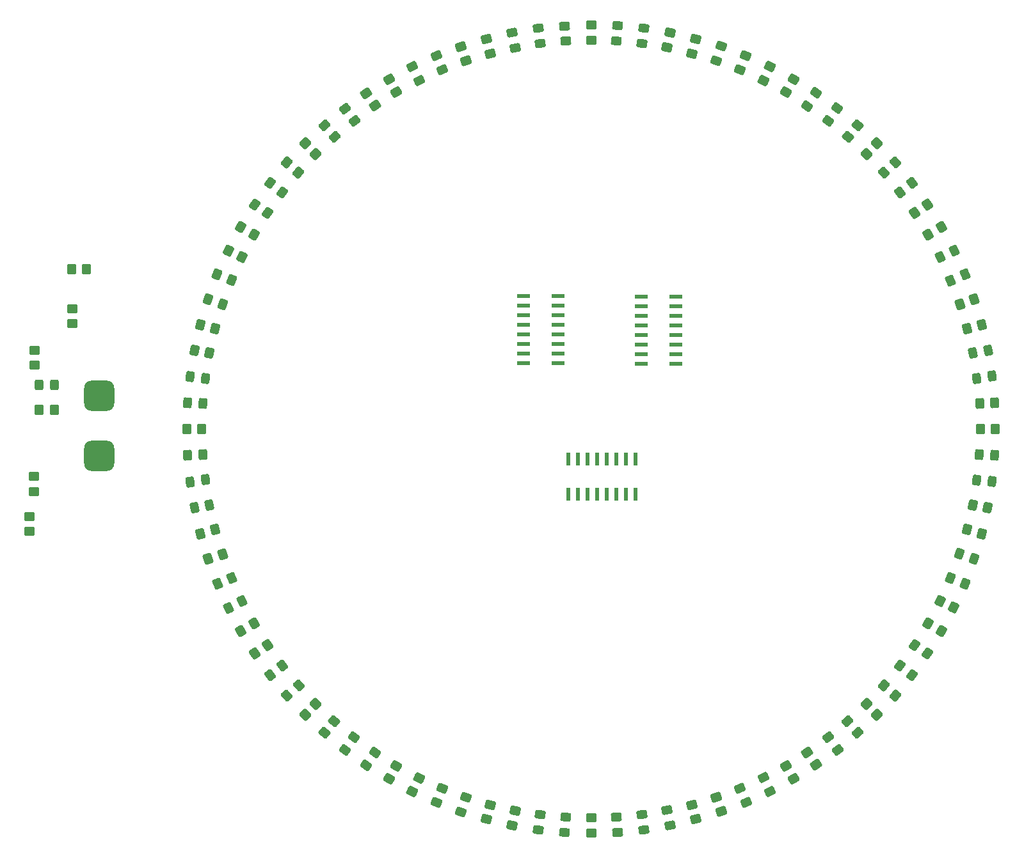
<source format=gbr>
%TF.GenerationSoftware,KiCad,Pcbnew,8.0.6*%
%TF.CreationDate,2024-11-15T00:49:57-05:00*%
%TF.ProjectId,LinePCB,4c696e65-5043-4422-9e6b-696361645f70,rev?*%
%TF.SameCoordinates,Original*%
%TF.FileFunction,Paste,Bot*%
%TF.FilePolarity,Positive*%
%FSLAX46Y46*%
G04 Gerber Fmt 4.6, Leading zero omitted, Abs format (unit mm)*
G04 Created by KiCad (PCBNEW 8.0.6) date 2024-11-15 00:49:57*
%MOMM*%
%LPD*%
G01*
G04 APERTURE LIST*
G04 Aperture macros list*
%AMRoundRect*
0 Rectangle with rounded corners*
0 $1 Rounding radius*
0 $2 $3 $4 $5 $6 $7 $8 $9 X,Y pos of 4 corners*
0 Add a 4 corners polygon primitive as box body*
4,1,4,$2,$3,$4,$5,$6,$7,$8,$9,$2,$3,0*
0 Add four circle primitives for the rounded corners*
1,1,$1+$1,$2,$3*
1,1,$1+$1,$4,$5*
1,1,$1+$1,$6,$7*
1,1,$1+$1,$8,$9*
0 Add four rect primitives between the rounded corners*
20,1,$1+$1,$2,$3,$4,$5,0*
20,1,$1+$1,$4,$5,$6,$7,0*
20,1,$1+$1,$6,$7,$8,$9,0*
20,1,$1+$1,$8,$9,$2,$3,0*%
G04 Aperture macros list end*
%ADD10RoundRect,0.250000X-0.539432X0.184426X-0.311535X-0.477437X0.539432X-0.184426X0.311535X0.477437X0*%
%ADD11RoundRect,0.250000X-0.038526X-0.568784X0.541800X-0.177349X0.038526X0.568784X-0.541800X0.177349X0*%
%ADD12RoundRect,0.250000X-0.530373X-0.163796X-0.011260X-0.554976X0.530373X0.163796X0.011260X0.554976X0*%
%ADD13RoundRect,0.250000X-0.295486X0.469908X-0.538980X-0.132762X0.295486X-0.469908X0.538980X0.132762X0*%
%ADD14RoundRect,0.250000X-0.503745X0.233165X-0.379719X-0.404893X0.503745X-0.233165X0.379719X0.404893X0*%
%ADD15RoundRect,0.250000X0.503745X-0.233165X0.379719X0.404893X-0.503745X0.233165X-0.379719X-0.404893X0*%
%ADD16RoundRect,0.250000X0.565685X0.070711X0.070711X0.565685X-0.565685X-0.070711X-0.070711X-0.565685X0*%
%ADD17RoundRect,0.250000X0.251027X-0.511845X0.557887X0.117311X-0.251027X0.511845X-0.557887X-0.117311X0*%
%ADD18RoundRect,0.250000X0.163796X-0.530373X0.554976X-0.011260X-0.163796X0.530373X-0.554976X0.011260X0*%
%ADD19RoundRect,0.250000X0.295486X-0.469908X0.538980X0.132762X-0.295486X0.469908X-0.538980X-0.132762X0*%
%ADD20RoundRect,0.250000X0.539432X-0.184426X0.311535X0.477437X-0.539432X0.184426X-0.311535X-0.477437X0*%
%ADD21RoundRect,0.250000X-0.259209X-0.490852X0.384465X-0.400389X0.259209X0.490852X-0.384465X0.400389X0*%
%ADD22RoundRect,0.250000X-0.454543X-0.344080X0.221605X-0.525253X0.454543X0.344080X-0.221605X0.525253X0*%
%ADD23RoundRect,0.250000X-0.473319X0.317757X-0.424489X-0.380538X0.473319X-0.317757X0.424489X0.380538X0*%
%ADD24RoundRect,0.250000X-0.568784X0.038526X-0.177349X-0.541800X0.568784X-0.038526X0.177349X0.541800X0*%
%ADD25R,1.676400X0.508000*%
%ADD26RoundRect,0.250000X0.454543X0.344080X-0.221605X0.525253X-0.454543X-0.344080X0.221605X-0.525253X0*%
%ADD27RoundRect,0.250000X-0.565685X-0.070711X-0.070711X-0.565685X0.565685X0.070711X0.070711X0.565685X0*%
%ADD28RoundRect,0.250000X0.184426X0.539432X-0.477437X0.311535X-0.184426X-0.539432X0.477437X-0.311535X0*%
%ADD29RoundRect,0.250000X0.214711X-0.528109X0.564711X0.078109X-0.214711X0.528109X-0.564711X-0.078109X0*%
%ADD30RoundRect,0.250000X-0.559375X-0.109999X-0.031078X-0.569240X0.559375X0.109999X0.031078X0.569240X0*%
%ADD31RoundRect,0.250000X-0.233165X-0.503745X0.404893X-0.379719X0.233165X0.503745X-0.404893X0.379719X0*%
%ADD32RoundRect,0.250000X0.473319X-0.317757X0.424489X0.380538X-0.473319X0.317757X-0.424489X-0.380538X0*%
%ADD33RoundRect,0.250000X-0.564711X0.078109X-0.214711X-0.528109X0.564711X-0.078109X0.214711X0.528109X0*%
%ADD34RoundRect,0.250000X0.530373X0.163796X0.011260X0.554976X-0.530373X-0.163796X-0.011260X-0.554976X0*%
%ADD35RoundRect,0.250000X-0.109999X0.559375X-0.569240X0.031078X0.109999X-0.559375X0.569240X-0.031078X0*%
%ADD36RoundRect,0.250000X0.350000X0.450000X-0.350000X0.450000X-0.350000X-0.450000X0.350000X-0.450000X0*%
%ADD37RoundRect,0.250000X0.221605X0.525253X-0.454543X0.344080X-0.221605X-0.525253X0.454543X-0.344080X0*%
%ADD38RoundRect,0.250000X0.511845X0.251027X-0.117311X0.557887X-0.511845X-0.251027X0.117311X-0.557887X0*%
%ADD39RoundRect,0.250000X-0.374949X0.429434X-0.508515X-0.257705X0.374949X-0.429434X0.508515X0.257705X0*%
%ADD40RoundRect,0.250000X0.521074X0.191329X-0.017800X0.554805X-0.521074X-0.191329X0.017800X-0.554805X0*%
%ADD41RoundRect,0.250000X-0.355599X-0.426233X0.292818X-0.471575X0.355599X0.426233X-0.292818X0.471575X0*%
%ADD42RoundRect,0.250000X0.407038X-0.377419X0.486253X0.267736X-0.407038X0.377419X-0.486253X-0.267736X0*%
%ADD43RoundRect,0.250000X-0.450000X0.350000X-0.450000X-0.350000X0.450000X-0.350000X0.450000X0.350000X0*%
%ADD44RoundRect,0.250000X-0.078109X-0.564711X0.528109X-0.214711X0.078109X0.564711X-0.528109X0.214711X0*%
%ADD45RoundRect,0.250000X-0.525253X0.221605X-0.344080X-0.454543X0.525253X-0.221605X0.344080X0.454543X0*%
%ADD46RoundRect,0.250000X-0.469908X-0.295486X0.132762X-0.538980X0.469908X0.295486X-0.132762X0.538980X0*%
%ADD47RoundRect,0.250000X0.554695X0.020944X0.154515X0.533151X-0.554695X-0.020944X-0.154515X-0.533151X0*%
%ADD48RoundRect,0.250000X-0.429434X-0.374949X0.257705X-0.508515X0.429434X0.374949X-0.257705X0.508515X0*%
%ADD49RoundRect,0.250000X-0.554695X-0.020944X-0.154515X-0.533151X0.554695X0.020944X0.154515X0.533151X0*%
%ADD50RoundRect,0.250000X0.490852X-0.259209X0.400389X0.384465X-0.490852X0.259209X-0.400389X-0.384465X0*%
%ADD51RoundRect,0.250000X0.038526X0.568784X-0.541800X0.177349X-0.038526X-0.568784X0.541800X-0.177349X0*%
%ADD52RoundRect,0.250000X0.344080X-0.454543X0.525253X0.221605X-0.344080X0.454543X-0.525253X-0.221605X0*%
%ADD53RoundRect,0.250000X0.070711X-0.565685X0.565685X-0.070711X-0.070711X0.565685X-0.565685X0.070711X0*%
%ADD54RoundRect,0.250000X-0.184426X-0.539432X0.477437X-0.311535X0.184426X0.539432X-0.477437X0.311535X0*%
%ADD55RoundRect,0.250000X0.319674X-0.453799X0.531293X0.160788X-0.319674X0.453799X-0.531293X-0.160788X0*%
%ADD56RoundRect,0.250000X0.374949X-0.429434X0.508515X0.257705X-0.374949X0.429434X-0.508515X-0.257705X0*%
%ADD57RoundRect,0.250000X0.317757X0.473319X-0.380538X0.424489X-0.317757X-0.473319X0.380538X-0.424489X0*%
%ADD58R,0.508000X1.676400*%
%ADD59RoundRect,0.250000X-0.191329X0.521074X-0.554805X-0.017800X0.191329X-0.521074X0.554805X0.017800X0*%
%ADD60RoundRect,0.250000X0.020944X-0.554695X0.533151X-0.154515X-0.020944X0.554695X-0.533151X0.154515X0*%
%ADD61RoundRect,0.250000X-0.221605X-0.525253X0.454543X-0.344080X0.221605X0.525253X-0.454543X0.344080X0*%
%ADD62RoundRect,0.250000X-0.163796X0.530373X-0.554976X0.011260X0.163796X-0.530373X0.554976X-0.011260X0*%
%ADD63RoundRect,0.250000X-0.094841X-0.546928X0.489375X-0.261987X0.094841X0.546928X-0.489375X0.261987X0*%
%ADD64RoundRect,0.250000X-0.546928X0.094841X-0.261987X-0.489375X0.546928X-0.094841X0.261987X0.489375X0*%
%ADD65RoundRect,0.250000X-0.350000X-0.450000X0.350000X-0.450000X0.350000X0.450000X-0.350000X0.450000X0*%
%ADD66RoundRect,0.250000X-0.528109X-0.214711X0.078109X-0.564711X0.528109X0.214711X-0.078109X0.564711X0*%
%ADD67RoundRect,1.000000X-1.000000X1.000000X-1.000000X-1.000000X1.000000X-1.000000X1.000000X1.000000X0*%
%ADD68RoundRect,0.250000X0.568784X-0.038526X0.177349X0.541800X-0.568784X0.038526X-0.177349X-0.541800X0*%
%ADD69RoundRect,0.250000X0.453799X0.319674X-0.160788X0.531293X-0.453799X-0.319674X0.160788X-0.531293X0*%
%ADD70RoundRect,0.250000X0.469908X0.295486X-0.132762X0.538980X-0.469908X-0.295486X0.132762X-0.538980X0*%
%ADD71RoundRect,0.250000X0.355599X0.426233X-0.292818X0.471575X-0.355599X-0.426233X0.292818X-0.471575X0*%
%ADD72RoundRect,0.250000X0.233165X0.503745X-0.404893X0.379719X-0.233165X-0.503745X0.404893X-0.379719X0*%
%ADD73RoundRect,0.250000X0.525253X-0.221605X0.344080X0.454543X-0.525253X0.221605X-0.344080X-0.454543X0*%
%ADD74RoundRect,0.250000X0.325000X0.450000X-0.325000X0.450000X-0.325000X-0.450000X0.325000X-0.450000X0*%
%ADD75RoundRect,0.250000X-0.426233X0.355599X-0.471575X-0.292818X0.426233X-0.355599X0.471575X0.292818X0*%
%ADD76RoundRect,0.250000X-0.317757X-0.473319X0.380538X-0.424489X0.317757X0.473319X-0.380538X0.424489X0*%
%ADD77RoundRect,0.250000X0.123335X0.541215X-0.474993X0.287240X-0.123335X-0.541215X0.474993X-0.287240X0*%
%ADD78RoundRect,0.250000X-0.453799X-0.319674X0.160788X-0.531293X0.453799X0.319674X-0.160788X0.531293X0*%
%ADD79RoundRect,0.250000X0.078109X0.564711X-0.528109X0.214711X-0.078109X-0.564711X0.528109X-0.214711X0*%
%ADD80RoundRect,0.250000X-0.407038X0.377419X-0.486253X-0.267736X0.407038X-0.377419X0.486253X0.267736X0*%
%ADD81RoundRect,0.250000X0.546928X-0.094841X0.261987X0.489375X-0.546928X0.094841X-0.261987X-0.489375X0*%
%ADD82RoundRect,0.250000X-0.490852X0.259209X-0.400389X-0.384465X0.490852X-0.259209X0.400389X0.384465X0*%
%ADD83RoundRect,0.250000X-0.049946X0.552838X-0.540507X0.126400X0.049946X-0.552838X0.540507X-0.126400X0*%
%ADD84RoundRect,0.250000X-0.521074X-0.191329X0.017800X-0.554805X0.521074X0.191329X-0.017800X0.554805X0*%
%ADD85RoundRect,0.250000X0.450000X-0.350000X0.450000X0.350000X-0.450000X0.350000X-0.450000X-0.350000X0*%
%ADD86RoundRect,0.250000X-0.070711X0.565685X-0.565685X0.070711X0.070711X-0.565685X0.565685X-0.070711X0*%
%ADD87RoundRect,0.250000X-0.552838X-0.049946X-0.126400X-0.540507X0.552838X0.049946X0.126400X0.540507X0*%
%ADD88RoundRect,0.250000X0.564711X-0.078109X0.214711X0.528109X-0.564711X0.078109X-0.214711X-0.528109X0*%
%ADD89RoundRect,0.250000X-0.541215X0.123335X-0.287240X-0.474993X0.541215X-0.123335X0.287240X0.474993X0*%
%ADD90RoundRect,0.250000X-0.319674X0.453799X-0.531293X-0.160788X0.319674X-0.453799X0.531293X0.160788X0*%
%ADD91RoundRect,0.250000X-0.214711X0.528109X-0.564711X-0.078109X0.214711X-0.528109X0.564711X0.078109X0*%
%ADD92RoundRect,0.250000X-0.377419X-0.407038X0.267736X-0.486253X0.377419X0.407038X-0.267736X0.486253X0*%
%ADD93RoundRect,0.250000X0.259209X0.490852X-0.384465X0.400389X-0.259209X-0.490852X0.384465X-0.400389X0*%
%ADD94RoundRect,0.250000X-0.251027X0.511845X-0.557887X-0.117311X0.251027X-0.511845X0.557887X0.117311X0*%
%ADD95RoundRect,0.250000X-0.020944X0.554695X-0.533151X0.154515X0.020944X-0.554695X0.533151X-0.154515X0*%
%ADD96RoundRect,0.250000X0.191329X-0.521074X0.554805X0.017800X-0.191329X0.521074X-0.554805X-0.017800X0*%
%ADD97RoundRect,0.250000X0.094841X0.546928X-0.489375X0.261987X-0.094841X-0.546928X0.489375X-0.261987X0*%
%ADD98RoundRect,0.250000X-0.123335X-0.541215X0.474993X-0.287240X0.123335X0.541215X-0.474993X0.287240X0*%
%ADD99RoundRect,0.250000X0.429434X0.374949X-0.257705X0.508515X-0.429434X-0.374949X0.257705X-0.508515X0*%
%ADD100RoundRect,0.250000X0.541215X-0.123335X0.287240X0.474993X-0.541215X0.123335X-0.287240X-0.474993X0*%
%ADD101RoundRect,0.250000X0.559375X0.109999X0.031078X0.569240X-0.559375X-0.109999X-0.031078X-0.569240X0*%
%ADD102RoundRect,0.250000X-0.344080X0.454543X-0.525253X-0.221605X0.344080X-0.454543X0.525253X0.221605X0*%
%ADD103RoundRect,0.250000X0.426233X-0.355599X0.471575X0.292818X-0.426233X0.355599X-0.471575X-0.292818X0*%
%ADD104RoundRect,0.250000X0.552838X0.049946X0.126400X0.540507X-0.552838X-0.049946X-0.126400X-0.540507X0*%
%ADD105RoundRect,0.250000X0.528109X0.214711X-0.078109X0.564711X-0.528109X-0.214711X0.078109X-0.564711X0*%
%ADD106RoundRect,0.250000X0.109999X-0.559375X0.569240X-0.031078X-0.109999X0.559375X-0.569240X0.031078X0*%
%ADD107RoundRect,0.250000X0.049946X-0.552838X0.540507X-0.126400X-0.049946X0.552838X-0.540507X0.126400X0*%
%ADD108RoundRect,0.250000X-0.511845X-0.251027X0.117311X-0.557887X0.511845X0.251027X-0.117311X0.557887X0*%
%ADD109RoundRect,0.250000X0.377419X0.407038X-0.267736X0.486253X-0.377419X-0.407038X0.267736X-0.486253X0*%
G04 APERTURE END LIST*
D10*
%TO.C,R10*%
X116550031Y-148768282D03*
X117201169Y-150659318D03*
%TD*%
D11*
%TO.C,R44*%
X142823162Y-71391793D03*
X144481238Y-70273407D03*
%TD*%
D12*
%TO.C,D6*%
X140832499Y-131343140D03*
X142469701Y-132576860D03*
%TD*%
D13*
%TO.C,D16*%
X80293072Y-147553336D03*
X79525128Y-149454064D03*
%TD*%
D14*
%TO.C,D11*%
X110046620Y-150485032D03*
X110437780Y-152497368D03*
%TD*%
D15*
%TO.C,D35*%
X89953381Y-49514966D03*
X89562219Y-47502634D03*
%TD*%
D16*
%TO.C,R31*%
X63584007Y-63584007D03*
X62169793Y-62169793D03*
%TD*%
D17*
%TO.C,R40*%
X122781829Y-53812994D03*
X123658571Y-52015406D03*
%TD*%
D18*
%TO.C,D42*%
X131343140Y-59167501D03*
X132576860Y-57530299D03*
%TD*%
D19*
%TO.C,D40*%
X119706928Y-52446664D03*
X120474872Y-50545936D03*
%TD*%
D20*
%TO.C,R34*%
X83449968Y-51231719D03*
X82798832Y-49340681D03*
%TD*%
D21*
%TO.C,D48*%
X151035875Y-93290052D03*
X153065925Y-93004748D03*
%TD*%
D22*
%TO.C,R3*%
X149745174Y-113329181D03*
X151677026Y-113846819D03*
%TD*%
D23*
%TO.C,R12*%
X103363944Y-151390036D03*
X103503456Y-153385164D03*
%TD*%
D24*
%TO.C,R8*%
X128608207Y-142823162D03*
X129726593Y-144481238D03*
%TD*%
D25*
%TO.C,U2*%
X91050000Y-91250000D03*
X91050000Y-89980000D03*
X91050000Y-88710000D03*
X91050000Y-87440000D03*
X91050000Y-86170000D03*
X91050000Y-84900000D03*
X91050000Y-83630000D03*
X91050000Y-82360000D03*
X95672800Y-82360000D03*
X95672800Y-83630000D03*
X95672800Y-84900000D03*
X95672800Y-86170000D03*
X95672800Y-87440000D03*
X95672800Y-88710000D03*
X95672800Y-89980000D03*
X95672800Y-91250000D03*
%TD*%
D26*
%TO.C,R27*%
X50254826Y-86670819D03*
X48322974Y-86153181D03*
%TD*%
D27*
%TO.C,R7*%
X136415993Y-136415993D03*
X137830207Y-137830207D03*
%TD*%
D28*
%TO.C,R22*%
X51231719Y-116550032D03*
X49340681Y-117201168D03*
%TD*%
D29*
%TO.C,R41*%
X125750000Y-55399725D03*
X126750000Y-53667675D03*
%TD*%
D30*
%TO.C,R6*%
X138716891Y-133959640D03*
X140226309Y-135271760D03*
%TD*%
D31*
%TO.C,D47*%
X150485032Y-89953379D03*
X152497368Y-89562221D03*
%TD*%
D32*
%TO.C,R36*%
X96636056Y-48609964D03*
X96496544Y-46614836D03*
%TD*%
D33*
%TO.C,R9*%
X125750000Y-144600275D03*
X126750000Y-146332325D03*
%TD*%
D34*
%TO.C,D30*%
X59167501Y-68656860D03*
X57530299Y-67423140D03*
%TD*%
D35*
%TO.C,R18*%
X66040360Y-138716891D03*
X64728240Y-140226309D03*
%TD*%
D36*
%TO.C,U16*%
X33260000Y-78850000D03*
X31260000Y-78850000D03*
%TD*%
D37*
%TO.C,R23*%
X50254826Y-113329181D03*
X48322974Y-113846819D03*
%TD*%
D38*
%TO.C,R28*%
X53812992Y-77218171D03*
X52015408Y-76341429D03*
%TD*%
D39*
%TO.C,R14*%
X89948610Y-150509572D03*
X89566990Y-152472828D03*
%TD*%
D40*
%TO.C,D29*%
X57197564Y-71405772D03*
X55498036Y-70259428D03*
%TD*%
D41*
%TO.C,D1*%
X151365097Y-103362200D03*
X153410103Y-103505200D03*
%TD*%
D42*
%TO.C,D38*%
X106727684Y-48966460D03*
X106977516Y-46931740D03*
%TD*%
D43*
%TO.C,R13*%
X100000000Y-151500000D03*
X100000000Y-153500000D03*
%TD*%
%TO.C,U5*%
X31390000Y-84050000D03*
X31390000Y-86050000D03*
%TD*%
D44*
%TO.C,R45*%
X144600275Y-74250000D03*
X146332325Y-73250000D03*
%TD*%
D45*
%TO.C,R11*%
X113329181Y-149745174D03*
X113846819Y-151677026D03*
%TD*%
D46*
%TO.C,D4*%
X147553336Y-119706928D03*
X149454064Y-120474872D03*
%TD*%
D47*
%TO.C,D32*%
X68671053Y-59156611D03*
X67408947Y-57541189D03*
%TD*%
D48*
%TO.C,R2*%
X150509573Y-110051391D03*
X152472827Y-110433009D03*
%TD*%
D49*
%TO.C,D8*%
X131328947Y-140843289D03*
X132591053Y-142458711D03*
%TD*%
D50*
%TO.C,D36*%
X93290052Y-48964125D03*
X93004748Y-46934075D03*
%TD*%
D51*
%TO.C,R20*%
X57176838Y-128608207D03*
X55518762Y-129726593D03*
%TD*%
D52*
%TO.C,R39*%
X113329181Y-50254826D03*
X113846819Y-48322974D03*
%TD*%
D53*
%TO.C,R43*%
X136415993Y-63584007D03*
X137830207Y-62169793D03*
%TD*%
D54*
%TO.C,R46*%
X148768282Y-83449969D03*
X150659318Y-82798831D03*
%TD*%
D55*
%TO.C,D39*%
X116541894Y-51255355D03*
X117209306Y-49317045D03*
%TD*%
D56*
%TO.C,R38*%
X110051390Y-49490427D03*
X110433010Y-47527173D03*
%TD*%
D57*
%TO.C,R24*%
X48609964Y-103363944D03*
X46614836Y-103503456D03*
%TD*%
D58*
%TO.C,U1*%
X105895000Y-108631400D03*
X104625000Y-108631400D03*
X103355000Y-108631400D03*
X102085000Y-108631400D03*
X100815000Y-108631400D03*
X99545000Y-108631400D03*
X98275000Y-108631400D03*
X97005000Y-108631400D03*
X97005000Y-104008600D03*
X98275000Y-104008600D03*
X99545000Y-104008600D03*
X100815000Y-104008600D03*
X102085000Y-104008600D03*
X103355000Y-104008600D03*
X104625000Y-104008600D03*
X105895000Y-104008600D03*
%TD*%
D59*
%TO.C,D17*%
X71405772Y-142802437D03*
X70259428Y-144501963D03*
%TD*%
D60*
%TO.C,D44*%
X140843389Y-68671053D03*
X142458811Y-67408947D03*
%TD*%
D36*
%TO.C,R25*%
X48500000Y-100000000D03*
X46500000Y-100000000D03*
%TD*%
D61*
%TO.C,R47*%
X149745174Y-86670819D03*
X151677026Y-86153181D03*
%TD*%
D25*
%TO.C,U3*%
X106607200Y-91350000D03*
X106607200Y-90080000D03*
X106607200Y-88810000D03*
X106607200Y-87540000D03*
X106607200Y-86270000D03*
X106607200Y-85000000D03*
X106607200Y-83730000D03*
X106607200Y-82460000D03*
X111230000Y-82460000D03*
X111230000Y-83730000D03*
X111230000Y-85000000D03*
X111230000Y-86270000D03*
X111230000Y-87540000D03*
X111230000Y-88810000D03*
X111230000Y-90080000D03*
X111230000Y-91350000D03*
%TD*%
D62*
%TO.C,D18*%
X68656860Y-140832399D03*
X67423140Y-142469601D03*
%TD*%
D63*
%TO.C,D45*%
X146164536Y-77229130D03*
X148007064Y-76330470D03*
%TD*%
D64*
%TO.C,D9*%
X122770870Y-146164537D03*
X123669530Y-148007063D03*
%TD*%
D65*
%TO.C,U13*%
X26990000Y-97450000D03*
X28990000Y-97450000D03*
%TD*%
D66*
%TO.C,R5*%
X144600275Y-125750000D03*
X146332325Y-126750000D03*
%TD*%
D67*
%TO.C,U17*%
X34940000Y-95550000D03*
X34940000Y-103550000D03*
%TD*%
D68*
%TO.C,R32*%
X71391793Y-57176838D03*
X70273407Y-55518762D03*
%TD*%
D69*
%TO.C,D27*%
X51255356Y-83458108D03*
X49317044Y-82790692D03*
%TD*%
D70*
%TO.C,D28*%
X52446664Y-80293072D03*
X50545936Y-79525128D03*
%TD*%
D71*
%TO.C,D25*%
X48634903Y-96637800D03*
X46589897Y-96494800D03*
%TD*%
D72*
%TO.C,D23*%
X49514968Y-110046621D03*
X47502632Y-110437779D03*
%TD*%
D73*
%TO.C,R35*%
X86670819Y-50254826D03*
X86153181Y-48322974D03*
%TD*%
D74*
%TO.C,D49*%
X28980000Y-94110000D03*
X26930000Y-94110000D03*
%TD*%
D75*
%TO.C,D13*%
X96637801Y-151365098D03*
X96494799Y-153410102D03*
%TD*%
D76*
%TO.C,R48*%
X151390036Y-96636056D03*
X153385164Y-96496544D03*
%TD*%
D77*
%TO.C,D22*%
X52439818Y-119690400D03*
X50552782Y-120491400D03*
%TD*%
D78*
%TO.C,D3*%
X148744644Y-116541894D03*
X150682956Y-117209306D03*
%TD*%
D79*
%TO.C,R21*%
X55399725Y-125750000D03*
X53667675Y-126750000D03*
%TD*%
D80*
%TO.C,D14*%
X93272316Y-151033540D03*
X93022484Y-153068260D03*
%TD*%
D81*
%TO.C,D33*%
X77229130Y-53835463D03*
X76330470Y-51992937D03*
%TD*%
D82*
%TO.C,D12*%
X106709948Y-151035875D03*
X106995252Y-153065925D03*
%TD*%
D83*
%TO.C,D19*%
X61301979Y-133943240D03*
X59754821Y-135288160D03*
%TD*%
D84*
%TO.C,D5*%
X142802436Y-128594226D03*
X144501964Y-129740574D03*
%TD*%
D85*
%TO.C,R37*%
X100000000Y-48500000D03*
X100000000Y-46500000D03*
%TD*%
D86*
%TO.C,R19*%
X63584007Y-136415993D03*
X62169793Y-137830207D03*
%TD*%
D87*
%TO.C,D7*%
X133943240Y-138698021D03*
X135288160Y-140245179D03*
%TD*%
D88*
%TO.C,R33*%
X74250000Y-55399725D03*
X73250000Y-53667675D03*
%TD*%
D89*
%TO.C,D10*%
X119690400Y-147560182D03*
X120491400Y-149447218D03*
%TD*%
D90*
%TO.C,D15*%
X83458106Y-148744644D03*
X82790694Y-150682956D03*
%TD*%
D91*
%TO.C,R17*%
X74250000Y-144600275D03*
X73250000Y-146332325D03*
%TD*%
D92*
%TO.C,D2*%
X151033540Y-106727684D03*
X153068260Y-106977516D03*
%TD*%
D93*
%TO.C,D24*%
X48964125Y-106709948D03*
X46934075Y-106995252D03*
%TD*%
D94*
%TO.C,R16*%
X77218171Y-146187006D03*
X76341429Y-147984594D03*
%TD*%
D95*
%TO.C,D20*%
X59156611Y-131328947D03*
X57541189Y-132591053D03*
%TD*%
D96*
%TO.C,D41*%
X128594228Y-57197566D03*
X129740572Y-55498034D03*
%TD*%
D43*
%TO.C,U4*%
X26310000Y-106270000D03*
X26310000Y-108270000D03*
%TD*%
D97*
%TO.C,D21*%
X53835464Y-122770870D03*
X51992936Y-123669530D03*
%TD*%
D98*
%TO.C,D46*%
X147560182Y-80309600D03*
X149447218Y-79508600D03*
%TD*%
D99*
%TO.C,R26*%
X49490427Y-89948610D03*
X47527173Y-89566990D03*
%TD*%
D100*
%TO.C,D34*%
X80309600Y-52439818D03*
X79508600Y-50552782D03*
%TD*%
D101*
%TO.C,R30*%
X61283110Y-66040359D03*
X59773690Y-64728241D03*
%TD*%
D102*
%TO.C,R15*%
X86670819Y-149745174D03*
X86153181Y-151677026D03*
%TD*%
D103*
%TO.C,D37*%
X103362200Y-48634903D03*
X103505200Y-46589897D03*
%TD*%
D65*
%TO.C,R1*%
X151500000Y-100000000D03*
X153500000Y-100000000D03*
%TD*%
D104*
%TO.C,D31*%
X66056761Y-61301979D03*
X64711839Y-59754821D03*
%TD*%
D105*
%TO.C,R29*%
X55399725Y-74250000D03*
X53667675Y-73250000D03*
%TD*%
D106*
%TO.C,R42*%
X133959642Y-61283110D03*
X135271758Y-59773690D03*
%TD*%
D43*
%TO.C,U8*%
X25730000Y-111580000D03*
X25730000Y-113580000D03*
%TD*%
%TO.C,U11*%
X26370000Y-89550000D03*
X26370000Y-91550000D03*
%TD*%
D107*
%TO.C,D43*%
X138698019Y-66056760D03*
X140245181Y-64711840D03*
%TD*%
D108*
%TO.C,R4*%
X146187008Y-122781829D03*
X147984592Y-123658571D03*
%TD*%
D109*
%TO.C,D26*%
X48966460Y-93272316D03*
X46931740Y-93022484D03*
%TD*%
M02*

</source>
